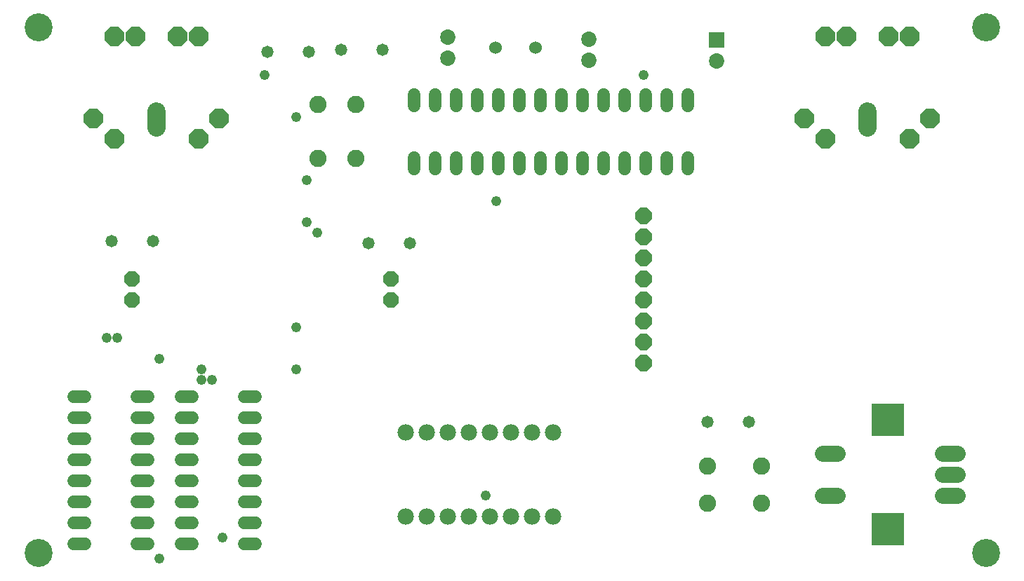
<source format=gbs>
G75*
G70*
%OFA0B0*%
%FSLAX24Y24*%
%IPPOS*%
%LPD*%
%AMOC8*
5,1,8,0,0,1.08239X$1,22.5*
%
%ADD10C,0.1330*%
%ADD11C,0.0600*%
%ADD12C,0.0820*%
%ADD13C,0.0580*%
%ADD14C,0.0600*%
%ADD15C,0.0730*%
%ADD16C,0.0860*%
%ADD17OC8,0.0940*%
%ADD18OC8,0.0740*%
%ADD19C,0.0780*%
%ADD20C,0.0780*%
%ADD21R,0.1580X0.1580*%
%ADD22R,0.0730X0.0730*%
%ADD23OC8,0.0780*%
%ADD24C,0.0480*%
D10*
X001351Y001356D03*
X046351Y001356D03*
X046351Y026356D03*
X001351Y026356D03*
D11*
X019201Y023166D02*
X019201Y022646D01*
X020201Y022646D02*
X020201Y023166D01*
X021201Y023166D02*
X021201Y022646D01*
X022201Y022646D02*
X022201Y023166D01*
X023201Y023166D02*
X023201Y022646D01*
X024201Y022646D02*
X024201Y023166D01*
X025201Y023166D02*
X025201Y022646D01*
X026201Y022646D02*
X026201Y023166D01*
X027201Y023166D02*
X027201Y022646D01*
X028201Y022646D02*
X028201Y023166D01*
X029201Y023166D02*
X029201Y022646D01*
X030201Y022646D02*
X030201Y023166D01*
X031201Y023166D02*
X031201Y022646D01*
X032201Y022646D02*
X032201Y023166D01*
X032201Y020166D02*
X032201Y019646D01*
X031201Y019646D02*
X031201Y020166D01*
X030201Y020166D02*
X030201Y019646D01*
X029201Y019646D02*
X029201Y020166D01*
X028201Y020166D02*
X028201Y019646D01*
X027201Y019646D02*
X027201Y020166D01*
X026201Y020166D02*
X026201Y019646D01*
X025201Y019646D02*
X025201Y020166D01*
X024201Y020166D02*
X024201Y019646D01*
X023201Y019646D02*
X023201Y020166D01*
X022201Y020166D02*
X022201Y019646D01*
X021201Y019646D02*
X021201Y020166D01*
X020201Y020166D02*
X020201Y019646D01*
X019201Y019646D02*
X019201Y020166D01*
X011661Y008806D02*
X011141Y008806D01*
X011141Y007806D02*
X011661Y007806D01*
X011661Y006806D02*
X011141Y006806D01*
X011141Y005806D02*
X011661Y005806D01*
X011661Y004806D02*
X011141Y004806D01*
X011141Y003806D02*
X011661Y003806D01*
X011661Y002806D02*
X011141Y002806D01*
X011141Y001806D02*
X011661Y001806D01*
X008661Y001806D02*
X008141Y001806D01*
X006561Y001806D02*
X006041Y001806D01*
X006041Y002806D02*
X006561Y002806D01*
X006561Y003806D02*
X006041Y003806D01*
X006041Y004806D02*
X006561Y004806D01*
X006561Y005806D02*
X006041Y005806D01*
X006041Y006806D02*
X006561Y006806D01*
X008141Y006806D02*
X008661Y006806D01*
X008661Y007806D02*
X008141Y007806D01*
X008141Y008806D02*
X008661Y008806D01*
X006561Y008806D02*
X006041Y008806D01*
X006041Y007806D02*
X006561Y007806D01*
X003561Y007806D02*
X003041Y007806D01*
X003041Y008806D02*
X003561Y008806D01*
X003561Y006806D02*
X003041Y006806D01*
X003041Y005806D02*
X003561Y005806D01*
X003561Y004806D02*
X003041Y004806D01*
X003041Y003806D02*
X003561Y003806D01*
X003561Y002806D02*
X003041Y002806D01*
X003041Y001806D02*
X003561Y001806D01*
X008141Y002806D02*
X008661Y002806D01*
X008661Y003806D02*
X008141Y003806D01*
X008141Y004806D02*
X008661Y004806D01*
X008661Y005806D02*
X008141Y005806D01*
D12*
X033121Y005496D03*
X035681Y005496D03*
X035681Y003716D03*
X033121Y003716D03*
X016416Y020126D03*
X014636Y020126D03*
X014636Y022686D03*
X016416Y022686D03*
D13*
X014185Y025206D03*
X015717Y025306D03*
X017685Y025306D03*
X012217Y025206D03*
X017017Y016106D03*
X018985Y016106D03*
X006785Y016206D03*
X004817Y016206D03*
X033117Y007606D03*
X035085Y007606D03*
D14*
X024951Y025406D03*
X023051Y025406D03*
D15*
X020801Y025906D03*
X020801Y024906D03*
X027501Y024806D03*
X027501Y025806D03*
X033551Y024781D03*
D16*
X040726Y022379D02*
X040726Y021599D01*
X006976Y021599D02*
X006976Y022379D01*
D17*
X008976Y021067D03*
X009936Y022028D03*
X004976Y021067D03*
X003976Y022028D03*
X004976Y025949D03*
X005976Y025949D03*
X007976Y025949D03*
X008976Y025949D03*
X037726Y022028D03*
X038726Y021067D03*
X042726Y021067D03*
X043686Y022028D03*
X042726Y025949D03*
X041726Y025949D03*
X039726Y025949D03*
X038726Y025949D03*
D18*
X018101Y014406D03*
X018101Y013406D03*
X005801Y013406D03*
X005801Y014406D03*
D19*
X018801Y007106D03*
X019801Y007106D03*
X020801Y007106D03*
X021801Y007106D03*
X022801Y007106D03*
X023801Y007106D03*
X024801Y007106D03*
X025801Y007106D03*
X025801Y003106D03*
X024801Y003106D03*
X023801Y003106D03*
X022801Y003106D03*
X021801Y003106D03*
X020801Y003106D03*
X019801Y003106D03*
X018801Y003106D03*
D20*
X038601Y004106D02*
X039301Y004106D01*
X039301Y006106D02*
X038601Y006106D01*
X044301Y006106D02*
X045001Y006106D01*
X045001Y005106D02*
X044301Y005106D01*
X044301Y004106D02*
X045001Y004106D01*
D21*
X041701Y002506D03*
X041701Y007706D03*
D22*
X033551Y025781D03*
D23*
X030101Y017406D03*
X030101Y016406D03*
X030101Y015406D03*
X030101Y014406D03*
X030101Y013406D03*
X030101Y012406D03*
X030101Y011406D03*
X030101Y010406D03*
D24*
X022601Y004106D03*
X013601Y010106D03*
X013601Y012106D03*
X009601Y009606D03*
X009101Y009606D03*
X009101Y010106D03*
X007101Y010606D03*
X005101Y011606D03*
X004601Y011606D03*
X014101Y017106D03*
X014601Y016606D03*
X014101Y019106D03*
X013601Y022106D03*
X012101Y024106D03*
X023101Y018106D03*
X030101Y024106D03*
X010101Y002106D03*
X007101Y001106D03*
M02*

</source>
